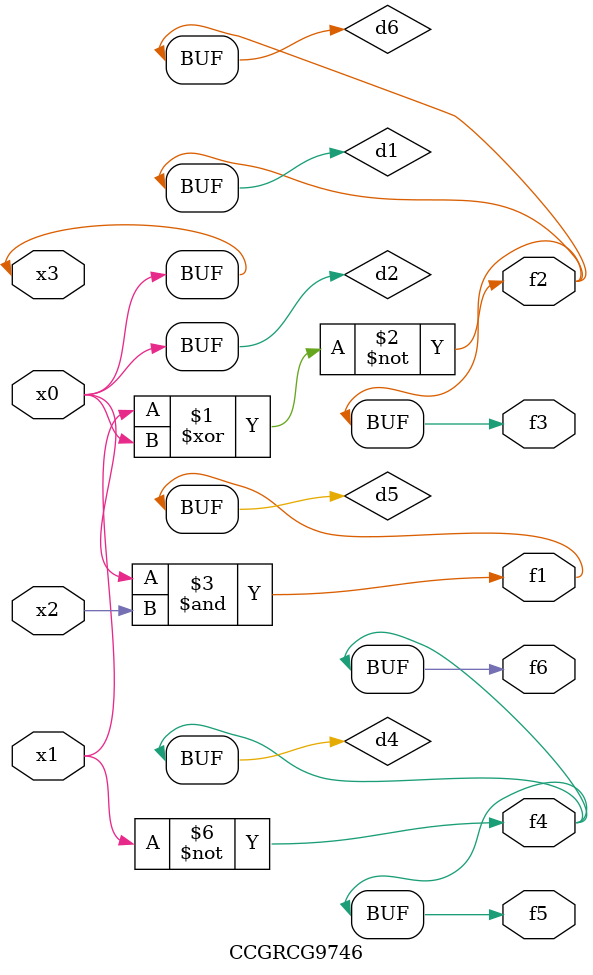
<source format=v>
module CCGRCG9746(
	input x0, x1, x2, x3,
	output f1, f2, f3, f4, f5, f6
);

	wire d1, d2, d3, d4, d5, d6;

	xnor (d1, x1, x3);
	buf (d2, x0, x3);
	nand (d3, x0, x2);
	not (d4, x1);
	nand (d5, d3);
	or (d6, d1);
	assign f1 = d5;
	assign f2 = d6;
	assign f3 = d6;
	assign f4 = d4;
	assign f5 = d4;
	assign f6 = d4;
endmodule

</source>
